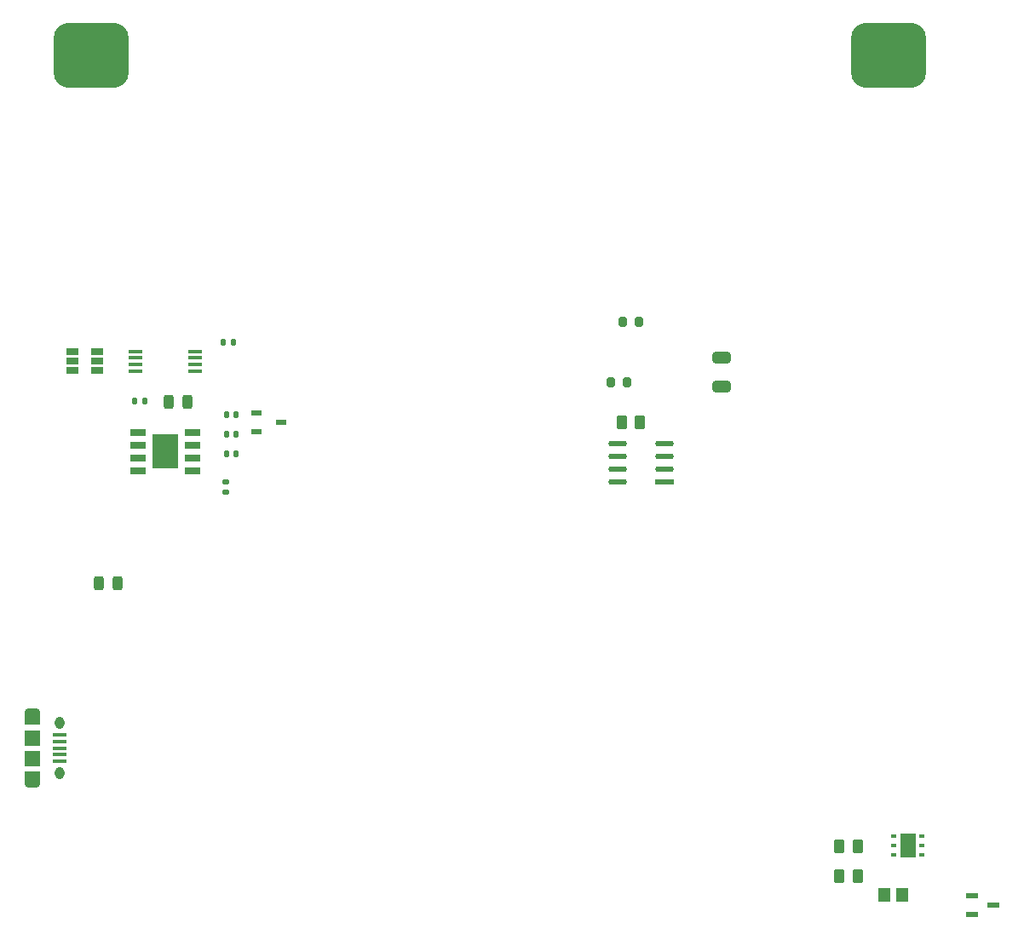
<source format=gbr>
%TF.GenerationSoftware,KiCad,Pcbnew,(7.0.0)*%
%TF.CreationDate,2023-05-08T18:45:39+02:00*%
%TF.ProjectId,overall scematic,6f766572-616c-46c2-9073-63656d617469,rev?*%
%TF.SameCoordinates,Original*%
%TF.FileFunction,Paste,Top*%
%TF.FilePolarity,Positive*%
%FSLAX46Y46*%
G04 Gerber Fmt 4.6, Leading zero omitted, Abs format (unit mm)*
G04 Created by KiCad (PCBNEW (7.0.0)) date 2023-05-08 18:45:39*
%MOMM*%
%LPD*%
G01*
G04 APERTURE LIST*
G04 Aperture macros list*
%AMRoundRect*
0 Rectangle with rounded corners*
0 $1 Rounding radius*
0 $2 $3 $4 $5 $6 $7 $8 $9 X,Y pos of 4 corners*
0 Add a 4 corners polygon primitive as box body*
4,1,4,$2,$3,$4,$5,$6,$7,$8,$9,$2,$3,0*
0 Add four circle primitives for the rounded corners*
1,1,$1+$1,$2,$3*
1,1,$1+$1,$4,$5*
1,1,$1+$1,$6,$7*
1,1,$1+$1,$8,$9*
0 Add four rect primitives between the rounded corners*
20,1,$1+$1,$2,$3,$4,$5,0*
20,1,$1+$1,$4,$5,$6,$7,0*
20,1,$1+$1,$6,$7,$8,$9,0*
20,1,$1+$1,$8,$9,$2,$3,0*%
G04 Aperture macros list end*
%ADD10RoundRect,0.140000X-0.140000X-0.170000X0.140000X-0.170000X0.140000X0.170000X-0.140000X0.170000X0*%
%ADD11R,1.874066X0.543390*%
%ADD12RoundRect,0.271695X0.665338X0.000000X-0.665338X0.000000X-0.665338X0.000000X0.665338X0.000000X0*%
%ADD13RoundRect,1.625000X-2.125000X-1.625000X2.125000X-1.625000X2.125000X1.625000X-2.125000X1.625000X0*%
%ADD14O,1.550000X0.890000*%
%ADD15O,0.950000X1.250000*%
%ADD16R,1.350000X0.400000*%
%ADD17R,1.550000X1.200000*%
%ADD18R,1.550000X1.500000*%
%ADD19R,1.475000X0.450000*%
%ADD20RoundRect,0.135000X-0.135000X-0.185000X0.135000X-0.185000X0.135000X0.185000X-0.135000X0.185000X0*%
%ADD21R,0.600000X0.400000*%
%ADD22R,1.500000X2.400000*%
%ADD23R,1.200000X0.650000*%
%ADD24R,1.150000X1.450000*%
%ADD25R,1.300000X0.600000*%
%ADD26RoundRect,0.243750X-0.243750X-0.456250X0.243750X-0.456250X0.243750X0.456250X-0.243750X0.456250X0*%
%ADD27RoundRect,0.200000X-0.200000X-0.275000X0.200000X-0.275000X0.200000X0.275000X-0.200000X0.275000X0*%
%ADD28RoundRect,0.250000X-0.262500X-0.450000X0.262500X-0.450000X0.262500X0.450000X-0.262500X0.450000X0*%
%ADD29RoundRect,0.140000X0.140000X0.170000X-0.140000X0.170000X-0.140000X-0.170000X0.140000X-0.170000X0*%
%ADD30RoundRect,0.250000X0.650000X-0.325000X0.650000X0.325000X-0.650000X0.325000X-0.650000X-0.325000X0*%
%ADD31RoundRect,0.140000X0.170000X-0.140000X0.170000X0.140000X-0.170000X0.140000X-0.170000X-0.140000X0*%
%ADD32R,1.525000X0.700000*%
%ADD33R,2.513000X3.402000*%
%ADD34R,1.070003X0.600000*%
G04 APERTURE END LIST*
D10*
%TO.C,C2*%
X130832000Y-99215000D03*
X131792000Y-99215000D03*
%TD*%
%TO.C,C4*%
X130832000Y-103155000D03*
X131792000Y-103155000D03*
%TD*%
%TO.C,C3*%
X130832000Y-101185000D03*
X131792000Y-101185000D03*
%TD*%
D11*
%TO.C,U6*%
X174316066Y-105904999D03*
D12*
X174316067Y-104635000D03*
X174316067Y-103365000D03*
X174316067Y-102095000D03*
X169683933Y-102095000D03*
X169683933Y-103365000D03*
X169683933Y-104635000D03*
X169683933Y-105905000D03*
%TD*%
D13*
%TO.C,BT1*%
X196650000Y-63475000D03*
X117350000Y-63475000D03*
%TD*%
D14*
%TO.C,J1*%
X111499999Y-128899999D03*
D15*
X114199999Y-129899999D03*
X114199999Y-134899999D03*
D14*
X111499999Y-135899999D03*
D16*
X114199999Y-131099999D03*
X114199999Y-131749999D03*
X114199999Y-132399999D03*
X114199999Y-133049999D03*
X114199999Y-133699999D03*
D17*
X111499999Y-129499999D03*
D18*
X111499999Y-131399999D03*
X111499999Y-133399999D03*
D17*
X111499999Y-135299999D03*
%TD*%
D19*
%TO.C,Q1*%
X121773999Y-92929999D03*
X121773999Y-93579999D03*
X121773999Y-94229999D03*
X121773999Y-94879999D03*
X127649999Y-94879999D03*
X127649999Y-94229999D03*
X127649999Y-93579999D03*
X127649999Y-92929999D03*
%TD*%
D20*
%TO.C,R2*%
X130490000Y-92000000D03*
X131510000Y-92000000D03*
%TD*%
D21*
%TO.C,U2*%
X197149999Y-141109999D03*
X197149999Y-142059999D03*
X197149999Y-143009999D03*
X199949999Y-143009999D03*
X199949999Y-142059999D03*
X199949999Y-141109999D03*
D22*
X198549999Y-142059999D03*
%TD*%
D23*
%TO.C,IC1*%
X115461999Y-92954999D03*
X115461999Y-93904999D03*
X115461999Y-94854999D03*
X117961999Y-94854999D03*
X117961999Y-93904999D03*
X117961999Y-92954999D03*
%TD*%
D24*
%TO.C,C5*%
X196199999Y-146999999D03*
X197999999Y-146999999D03*
%TD*%
D25*
%TO.C,U5*%
X204899999Y-147049999D03*
X204899999Y-148949999D03*
X206999999Y-147999999D03*
%TD*%
D26*
%TO.C,D2*%
X118125000Y-116000000D03*
X120000000Y-116000000D03*
%TD*%
D27*
%TO.C,R11*%
X170175000Y-90000000D03*
X171825000Y-90000000D03*
%TD*%
D28*
%TO.C,R7*%
X191707500Y-142190000D03*
X193532500Y-142190000D03*
%TD*%
D26*
%TO.C,D1*%
X125062500Y-98000000D03*
X126937500Y-98000000D03*
%TD*%
D29*
%TO.C,C1*%
X122672000Y-97905000D03*
X121712000Y-97905000D03*
%TD*%
D30*
%TO.C,C10*%
X180000000Y-96475000D03*
X180000000Y-93525000D03*
%TD*%
D27*
%TO.C,R10*%
X169000000Y-96000000D03*
X170650000Y-96000000D03*
%TD*%
D31*
%TO.C,C6*%
X130712000Y-106905000D03*
X130712000Y-105945000D03*
%TD*%
D28*
%TO.C,R9*%
X170087500Y-100000000D03*
X171912500Y-100000000D03*
%TD*%
D32*
%TO.C,J3*%
X121999999Y-100999999D03*
X121999999Y-102269999D03*
X121999999Y-103539999D03*
X121999999Y-104809999D03*
X127423999Y-104809999D03*
X127423999Y-103539999D03*
X127423999Y-102269999D03*
X127423999Y-100999999D03*
D33*
X124711999Y-102904999D03*
%TD*%
D34*
%TO.C,U1*%
X133764922Y-99050037D03*
X133764922Y-100949961D03*
X136235076Y-99999999D03*
%TD*%
D28*
%TO.C,R8*%
X191707500Y-145140000D03*
X193532500Y-145140000D03*
%TD*%
M02*

</source>
